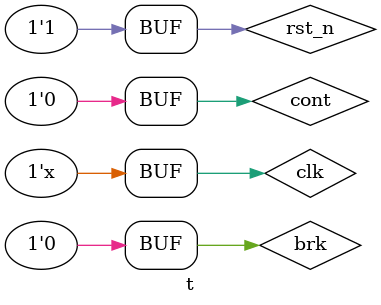
<source format=v>
`timescale 1ns / 1ps

module t;

	// Inputs
	reg clk;
	reg rst_n;
	reg brk;
	reg cont;

	// Instantiate the Unit Under Test (UUT)
	top uut (
		.clk(clk),
		.rst_n(rst_n),
		.brk(brk),
		.cont(cont)
	);
	always #2 clk = ~clk;
	initial begin
		// Initialize Inputs
		clk = 0;
		rst_n = 0;
		brk = 0;
		cont = 0;

		// Wait 100 ns for global reset to finish
		#1;
		rst_n = 1;
		
		#100;
		brk = 1;
		#4;
		brk = 0;
		#40;
		cont = 1;
		#4;
		cont = 0;
		
        
		// Add stimulus here

	end
      
endmodule


</source>
